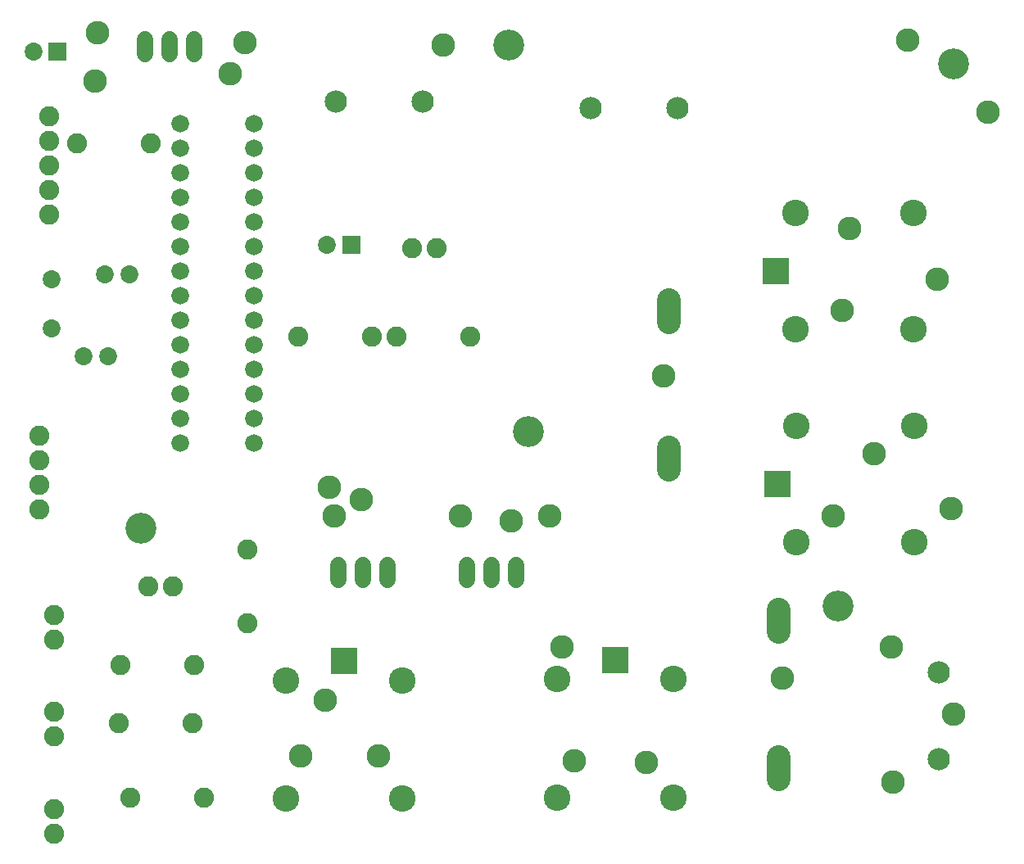
<source format=gbr>
G04 EAGLE Gerber RS-274X export*
G75*
%MOMM*%
%FSLAX34Y34*%
%LPD*%
%INSoldermask Top*%
%IPPOS*%
%AMOC8*
5,1,8,0,0,1.08239X$1,22.5*%
G01*
%ADD10C,3.203200*%
%ADD11C,2.082800*%
%ADD12R,1.854200X1.854200*%
%ADD13C,1.854200*%
%ADD14C,2.451100*%
%ADD15C,1.727200*%
%ADD16R,2.743200X2.743200*%
%ADD17C,2.743200*%
%ADD18C,2.303200*%
%ADD19C,1.828800*%
%ADD20C,2.453200*%


D10*
X980000Y840000D03*
X540000Y460000D03*
X140000Y360000D03*
X860000Y280000D03*
X520000Y860000D03*
D11*
X34800Y379600D03*
X34800Y405000D03*
X34800Y430400D03*
X34800Y455800D03*
D12*
X357200Y652800D03*
D13*
X332200Y652800D03*
D12*
X53700Y852800D03*
D13*
X28700Y852800D03*
X128300Y622100D03*
X102900Y622100D03*
X80900Y537900D03*
X106300Y537900D03*
D14*
X684700Y443540D02*
X684700Y421061D01*
X684700Y573461D02*
X684700Y595940D01*
X798500Y276040D02*
X798500Y253561D01*
X798500Y123640D02*
X798500Y101161D01*
D15*
X144100Y850580D02*
X144100Y865820D01*
X169500Y865820D02*
X169500Y850580D01*
X194900Y850580D02*
X194900Y865820D01*
D16*
X796100Y625750D03*
D17*
X816100Y565750D03*
X938100Y565750D03*
X938100Y685750D03*
X816100Y685750D03*
D16*
X797400Y405750D03*
D17*
X817400Y345750D03*
X939400Y345750D03*
X939400Y465750D03*
X817400Y465750D03*
D16*
X629850Y223900D03*
D17*
X569850Y203900D03*
X569850Y81900D03*
X689850Y81900D03*
X689850Y203900D03*
D16*
X349850Y222600D03*
D17*
X289850Y202600D03*
X289850Y80600D03*
X409850Y80600D03*
X409850Y202600D03*
D18*
X604800Y794200D03*
X694800Y794200D03*
X964100Y211100D03*
X964100Y121100D03*
X431100Y801000D03*
X341100Y801000D03*
D11*
X45200Y786100D03*
X45200Y760700D03*
X45200Y735300D03*
X45200Y709900D03*
X45200Y684500D03*
D15*
X344100Y322020D02*
X344100Y306780D01*
X369500Y306780D02*
X369500Y322020D01*
X394900Y322020D02*
X394900Y306780D01*
X477100Y306780D02*
X477100Y322020D01*
X502500Y322020D02*
X502500Y306780D01*
X527900Y306780D02*
X527900Y322020D01*
D11*
X149900Y758300D03*
X73700Y758300D03*
X128500Y81700D03*
X204700Y81700D03*
X193100Y158300D03*
X116900Y158300D03*
X194700Y218300D03*
X118500Y218300D03*
X404100Y557900D03*
X480300Y557900D03*
X302500Y557900D03*
X378700Y557900D03*
D19*
X180400Y778500D03*
X180400Y753100D03*
X180400Y727700D03*
X180400Y702300D03*
X180400Y676900D03*
X180400Y651500D03*
X180400Y626100D03*
X180400Y600700D03*
X180400Y575300D03*
X180400Y549900D03*
X180400Y524500D03*
X180400Y499100D03*
X180400Y473700D03*
X180400Y448300D03*
X256600Y448300D03*
X256600Y473700D03*
X256600Y499100D03*
X256600Y524500D03*
X256600Y549900D03*
X256600Y575300D03*
X256600Y600700D03*
X256600Y626100D03*
X256600Y651500D03*
X256600Y676900D03*
X256600Y702300D03*
X256600Y727700D03*
X256600Y753100D03*
X256600Y778500D03*
D13*
X47200Y566900D03*
X47200Y617700D03*
D11*
X50000Y70000D03*
X50000Y44600D03*
X50000Y170000D03*
X50000Y144600D03*
X50000Y270000D03*
X50000Y244600D03*
X147300Y300000D03*
X172700Y300000D03*
X250000Y261900D03*
X250000Y338100D03*
X420000Y650000D03*
X445400Y650000D03*
D20*
X575000Y237500D03*
X562500Y372500D03*
X522500Y367500D03*
X470000Y372500D03*
X367500Y390000D03*
X340000Y372500D03*
X335000Y402500D03*
X330000Y182500D03*
X305000Y125000D03*
X385000Y125000D03*
X587500Y120000D03*
X662500Y117500D03*
X802500Y205000D03*
X680000Y517500D03*
X915000Y237500D03*
X917500Y97500D03*
X855000Y372500D03*
X897500Y437500D03*
X977500Y380000D03*
X865000Y585000D03*
X962500Y617500D03*
X872500Y670000D03*
X1015000Y790000D03*
X932500Y865000D03*
X452500Y860000D03*
X247500Y862500D03*
X232500Y830000D03*
X95000Y872500D03*
X92500Y822500D03*
X980000Y167500D03*
M02*

</source>
